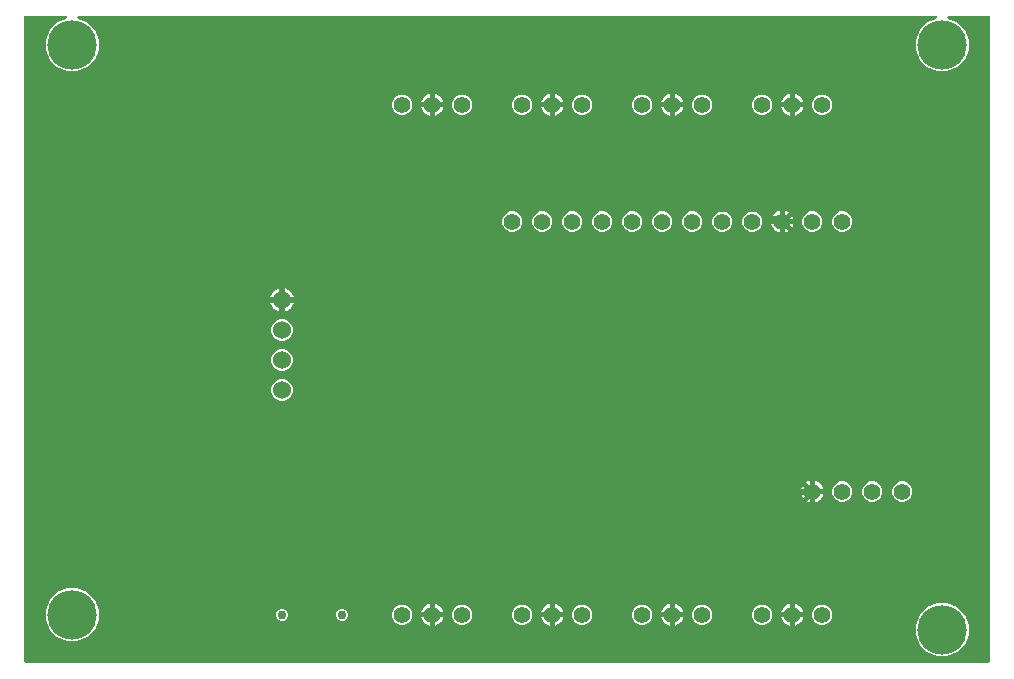
<source format=gbr>
G04 EAGLE Gerber RS-274X export*
G75*
%MOMM*%
%FSLAX34Y34*%
%LPD*%
%INCopper Layer 15*%
%IPPOS*%
%AMOC8*
5,1,8,0,0,1.08239X$1,22.5*%
G01*
%ADD10C,1.530000*%
%ADD11C,1.397000*%
%ADD12C,4.191000*%
%ADD13C,0.756400*%
%ADD14C,0.381000*%

G36*
X1106088Y289576D02*
X1106088Y289576D01*
X1106207Y289583D01*
X1106245Y289596D01*
X1106286Y289601D01*
X1106396Y289644D01*
X1106509Y289681D01*
X1106544Y289703D01*
X1106581Y289718D01*
X1106677Y289787D01*
X1106778Y289851D01*
X1106806Y289881D01*
X1106839Y289904D01*
X1106915Y289996D01*
X1106996Y290083D01*
X1107016Y290118D01*
X1107041Y290149D01*
X1107092Y290257D01*
X1107150Y290361D01*
X1107160Y290401D01*
X1107177Y290437D01*
X1107199Y290554D01*
X1107229Y290669D01*
X1107233Y290729D01*
X1107237Y290749D01*
X1107235Y290770D01*
X1107239Y290830D01*
X1107239Y836170D01*
X1107224Y836288D01*
X1107217Y836407D01*
X1107204Y836445D01*
X1107199Y836486D01*
X1107156Y836596D01*
X1107119Y836709D01*
X1107097Y836744D01*
X1107082Y836781D01*
X1107013Y836877D01*
X1106949Y836978D01*
X1106919Y837006D01*
X1106896Y837039D01*
X1106804Y837115D01*
X1106717Y837196D01*
X1106682Y837216D01*
X1106651Y837241D01*
X1106543Y837292D01*
X1106439Y837350D01*
X1106399Y837360D01*
X1106363Y837377D01*
X1106246Y837399D01*
X1106131Y837429D01*
X1106071Y837433D01*
X1106051Y837437D01*
X1106030Y837435D01*
X1105970Y837439D01*
X1072439Y837439D01*
X1072370Y837431D01*
X1072300Y837432D01*
X1072212Y837411D01*
X1072123Y837399D01*
X1072059Y837374D01*
X1071991Y837357D01*
X1071911Y837315D01*
X1071828Y837282D01*
X1071771Y837241D01*
X1071709Y837209D01*
X1071643Y837148D01*
X1071570Y837096D01*
X1071526Y837042D01*
X1071474Y836995D01*
X1071425Y836920D01*
X1071367Y836851D01*
X1071338Y836787D01*
X1071299Y836729D01*
X1071270Y836644D01*
X1071232Y836563D01*
X1071219Y836494D01*
X1071196Y836428D01*
X1071189Y836339D01*
X1071172Y836251D01*
X1071176Y836181D01*
X1071171Y836111D01*
X1071186Y836023D01*
X1071192Y835933D01*
X1071213Y835867D01*
X1071225Y835798D01*
X1071262Y835716D01*
X1071290Y835631D01*
X1071327Y835572D01*
X1071356Y835508D01*
X1071412Y835438D01*
X1071460Y835362D01*
X1071511Y835314D01*
X1071554Y835260D01*
X1071626Y835205D01*
X1071692Y835144D01*
X1071753Y835110D01*
X1071809Y835068D01*
X1071953Y834997D01*
X1079534Y831857D01*
X1085857Y825534D01*
X1089280Y817272D01*
X1089280Y808328D01*
X1085857Y800066D01*
X1079534Y793743D01*
X1071272Y790320D01*
X1062328Y790320D01*
X1054066Y793743D01*
X1047743Y800066D01*
X1044320Y808328D01*
X1044320Y817272D01*
X1047743Y825534D01*
X1054066Y831857D01*
X1061647Y834997D01*
X1061708Y835032D01*
X1061772Y835058D01*
X1061845Y835110D01*
X1061923Y835155D01*
X1061973Y835203D01*
X1062030Y835244D01*
X1062087Y835314D01*
X1062152Y835376D01*
X1062188Y835436D01*
X1062233Y835489D01*
X1062271Y835571D01*
X1062318Y835647D01*
X1062338Y835714D01*
X1062368Y835777D01*
X1062385Y835865D01*
X1062411Y835951D01*
X1062415Y836021D01*
X1062428Y836090D01*
X1062422Y836179D01*
X1062427Y836269D01*
X1062412Y836337D01*
X1062408Y836407D01*
X1062380Y836492D01*
X1062362Y836580D01*
X1062332Y836643D01*
X1062310Y836709D01*
X1062262Y836785D01*
X1062223Y836866D01*
X1062177Y836919D01*
X1062140Y836978D01*
X1062075Y837040D01*
X1062016Y837108D01*
X1061959Y837148D01*
X1061908Y837196D01*
X1061830Y837239D01*
X1061756Y837291D01*
X1061691Y837316D01*
X1061630Y837350D01*
X1061543Y837372D01*
X1061459Y837404D01*
X1061389Y837412D01*
X1061322Y837429D01*
X1061161Y837439D01*
X335839Y837439D01*
X335770Y837431D01*
X335700Y837432D01*
X335612Y837411D01*
X335523Y837399D01*
X335459Y837374D01*
X335391Y837357D01*
X335311Y837315D01*
X335228Y837282D01*
X335171Y837241D01*
X335109Y837209D01*
X335043Y837148D01*
X334970Y837096D01*
X334926Y837042D01*
X334874Y836995D01*
X334825Y836920D01*
X334767Y836851D01*
X334738Y836787D01*
X334699Y836729D01*
X334670Y836644D01*
X334632Y836563D01*
X334619Y836494D01*
X334596Y836428D01*
X334589Y836339D01*
X334572Y836251D01*
X334576Y836181D01*
X334571Y836111D01*
X334586Y836023D01*
X334592Y835933D01*
X334613Y835867D01*
X334625Y835798D01*
X334662Y835716D01*
X334690Y835631D01*
X334727Y835572D01*
X334756Y835508D01*
X334812Y835438D01*
X334860Y835362D01*
X334911Y835314D01*
X334954Y835260D01*
X335026Y835205D01*
X335092Y835144D01*
X335153Y835110D01*
X335209Y835068D01*
X335353Y834997D01*
X342934Y831857D01*
X349257Y825534D01*
X352680Y817272D01*
X352680Y808328D01*
X349257Y800066D01*
X342934Y793743D01*
X334672Y790320D01*
X325728Y790320D01*
X317466Y793743D01*
X311143Y800066D01*
X307720Y808328D01*
X307720Y817272D01*
X311143Y825534D01*
X317466Y831857D01*
X325047Y834997D01*
X325108Y835032D01*
X325172Y835058D01*
X325245Y835110D01*
X325323Y835155D01*
X325373Y835203D01*
X325430Y835244D01*
X325487Y835314D01*
X325552Y835376D01*
X325588Y835436D01*
X325633Y835489D01*
X325671Y835571D01*
X325718Y835647D01*
X325738Y835714D01*
X325768Y835777D01*
X325785Y835865D01*
X325811Y835951D01*
X325815Y836021D01*
X325828Y836090D01*
X325822Y836179D01*
X325827Y836269D01*
X325812Y836337D01*
X325808Y836407D01*
X325780Y836492D01*
X325762Y836580D01*
X325732Y836643D01*
X325710Y836709D01*
X325662Y836785D01*
X325623Y836866D01*
X325577Y836919D01*
X325540Y836978D01*
X325475Y837040D01*
X325416Y837108D01*
X325359Y837148D01*
X325308Y837196D01*
X325230Y837239D01*
X325156Y837291D01*
X325091Y837316D01*
X325030Y837350D01*
X324943Y837372D01*
X324859Y837404D01*
X324789Y837412D01*
X324722Y837429D01*
X324561Y837439D01*
X290830Y837439D01*
X290712Y837424D01*
X290593Y837417D01*
X290555Y837404D01*
X290514Y837399D01*
X290404Y837356D01*
X290291Y837319D01*
X290256Y837297D01*
X290219Y837282D01*
X290123Y837213D01*
X290022Y837149D01*
X289994Y837119D01*
X289961Y837096D01*
X289885Y837004D01*
X289804Y836917D01*
X289784Y836882D01*
X289759Y836851D01*
X289708Y836743D01*
X289650Y836639D01*
X289640Y836599D01*
X289623Y836563D01*
X289601Y836446D01*
X289571Y836331D01*
X289567Y836271D01*
X289563Y836251D01*
X289565Y836230D01*
X289561Y836170D01*
X289561Y290830D01*
X289576Y290712D01*
X289583Y290593D01*
X289596Y290555D01*
X289601Y290514D01*
X289644Y290404D01*
X289681Y290291D01*
X289703Y290256D01*
X289718Y290219D01*
X289787Y290123D01*
X289851Y290022D01*
X289881Y289994D01*
X289904Y289961D01*
X289996Y289885D01*
X290083Y289804D01*
X290118Y289784D01*
X290149Y289759D01*
X290257Y289708D01*
X290361Y289650D01*
X290401Y289640D01*
X290437Y289623D01*
X290554Y289601D01*
X290669Y289571D01*
X290729Y289567D01*
X290749Y289563D01*
X290770Y289565D01*
X290830Y289561D01*
X1105970Y289561D01*
X1106088Y289576D01*
G37*
%LPC*%
G36*
X1062328Y295020D02*
X1062328Y295020D01*
X1054066Y298443D01*
X1047743Y304766D01*
X1044320Y313028D01*
X1044320Y321972D01*
X1047743Y330234D01*
X1054066Y336557D01*
X1062328Y339980D01*
X1071272Y339980D01*
X1079534Y336557D01*
X1085857Y330234D01*
X1089280Y321972D01*
X1089280Y313028D01*
X1085857Y304766D01*
X1079534Y298443D01*
X1071272Y295020D01*
X1062328Y295020D01*
G37*
%LPD*%
%LPC*%
G36*
X325728Y307720D02*
X325728Y307720D01*
X317466Y311143D01*
X311143Y317466D01*
X307720Y325728D01*
X307720Y334672D01*
X311143Y342934D01*
X317466Y349257D01*
X325728Y352680D01*
X334672Y352680D01*
X342934Y349257D01*
X349257Y342934D01*
X352680Y334672D01*
X352680Y325728D01*
X349257Y317466D01*
X342934Y311143D01*
X334672Y307720D01*
X325728Y307720D01*
G37*
%LPD*%
%LPC*%
G36*
X506175Y562325D02*
X506175Y562325D01*
X502803Y563722D01*
X500222Y566303D01*
X498825Y569675D01*
X498825Y573325D01*
X500222Y576697D01*
X502803Y579278D01*
X506175Y580675D01*
X509825Y580675D01*
X513197Y579278D01*
X515778Y576697D01*
X517175Y573325D01*
X517175Y569675D01*
X515778Y566303D01*
X513197Y563722D01*
X509825Y562325D01*
X506175Y562325D01*
G37*
%LPD*%
%LPC*%
G36*
X506175Y536925D02*
X506175Y536925D01*
X502803Y538322D01*
X500222Y540903D01*
X498825Y544275D01*
X498825Y547925D01*
X500222Y551297D01*
X502803Y553878D01*
X506175Y555275D01*
X509825Y555275D01*
X513197Y553878D01*
X515778Y551297D01*
X517175Y547925D01*
X517175Y544275D01*
X515778Y540903D01*
X513197Y538322D01*
X509825Y536925D01*
X506175Y536925D01*
G37*
%LPD*%
%LPC*%
G36*
X506175Y511525D02*
X506175Y511525D01*
X502803Y512922D01*
X500222Y515503D01*
X498825Y518875D01*
X498825Y522525D01*
X500222Y525897D01*
X502803Y528478D01*
X506175Y529875D01*
X509825Y529875D01*
X513197Y528478D01*
X515778Y525897D01*
X517175Y522525D01*
X517175Y518875D01*
X515778Y515503D01*
X513197Y512922D01*
X509825Y511525D01*
X506175Y511525D01*
G37*
%LPD*%
%LPC*%
G36*
X760307Y321690D02*
X760307Y321690D01*
X757180Y322986D01*
X754786Y325380D01*
X753490Y328507D01*
X753490Y331893D01*
X754786Y335020D01*
X757180Y337414D01*
X760307Y338710D01*
X763693Y338710D01*
X766820Y337414D01*
X769214Y335020D01*
X770510Y331893D01*
X770510Y328507D01*
X769214Y325380D01*
X766820Y322986D01*
X763693Y321690D01*
X760307Y321690D01*
G37*
%LPD*%
%LPC*%
G36*
X811107Y321690D02*
X811107Y321690D01*
X807980Y322986D01*
X805586Y325380D01*
X804290Y328507D01*
X804290Y331893D01*
X805586Y335020D01*
X807980Y337414D01*
X811107Y338710D01*
X814493Y338710D01*
X817620Y337414D01*
X820014Y335020D01*
X821310Y331893D01*
X821310Y328507D01*
X820014Y325380D01*
X817620Y322986D01*
X814493Y321690D01*
X811107Y321690D01*
G37*
%LPD*%
%LPC*%
G36*
X861907Y321690D02*
X861907Y321690D01*
X858780Y322986D01*
X856386Y325380D01*
X855090Y328507D01*
X855090Y331893D01*
X856386Y335020D01*
X858780Y337414D01*
X861907Y338710D01*
X865293Y338710D01*
X868420Y337414D01*
X870814Y335020D01*
X872110Y331893D01*
X872110Y328507D01*
X870814Y325380D01*
X868420Y322986D01*
X865293Y321690D01*
X861907Y321690D01*
G37*
%LPD*%
%LPC*%
G36*
X709507Y753490D02*
X709507Y753490D01*
X706380Y754786D01*
X703986Y757180D01*
X702690Y760307D01*
X702690Y763693D01*
X703986Y766820D01*
X706380Y769214D01*
X709507Y770510D01*
X712893Y770510D01*
X716020Y769214D01*
X718414Y766820D01*
X719710Y763693D01*
X719710Y760307D01*
X718414Y757180D01*
X716020Y754786D01*
X712893Y753490D01*
X709507Y753490D01*
G37*
%LPD*%
%LPC*%
G36*
X658707Y753490D02*
X658707Y753490D01*
X655580Y754786D01*
X653186Y757180D01*
X651890Y760307D01*
X651890Y763693D01*
X653186Y766820D01*
X655580Y769214D01*
X658707Y770510D01*
X662093Y770510D01*
X665220Y769214D01*
X667614Y766820D01*
X668910Y763693D01*
X668910Y760307D01*
X667614Y757180D01*
X665220Y754786D01*
X662093Y753490D01*
X658707Y753490D01*
G37*
%LPD*%
%LPC*%
G36*
X963507Y753490D02*
X963507Y753490D01*
X960380Y754786D01*
X957986Y757180D01*
X956690Y760307D01*
X956690Y763693D01*
X957986Y766820D01*
X960380Y769214D01*
X963507Y770510D01*
X966893Y770510D01*
X970020Y769214D01*
X972414Y766820D01*
X973710Y763693D01*
X973710Y760307D01*
X972414Y757180D01*
X970020Y754786D01*
X966893Y753490D01*
X963507Y753490D01*
G37*
%LPD*%
%LPC*%
G36*
X912707Y753490D02*
X912707Y753490D01*
X909580Y754786D01*
X907186Y757180D01*
X905890Y760307D01*
X905890Y763693D01*
X907186Y766820D01*
X909580Y769214D01*
X912707Y770510D01*
X916093Y770510D01*
X919220Y769214D01*
X921614Y766820D01*
X922910Y763693D01*
X922910Y760307D01*
X921614Y757180D01*
X919220Y754786D01*
X916093Y753490D01*
X912707Y753490D01*
G37*
%LPD*%
%LPC*%
G36*
X861907Y753490D02*
X861907Y753490D01*
X858780Y754786D01*
X856386Y757180D01*
X855090Y760307D01*
X855090Y763693D01*
X856386Y766820D01*
X858780Y769214D01*
X861907Y770510D01*
X865293Y770510D01*
X868420Y769214D01*
X870814Y766820D01*
X872110Y763693D01*
X872110Y760307D01*
X870814Y757180D01*
X868420Y754786D01*
X865293Y753490D01*
X861907Y753490D01*
G37*
%LPD*%
%LPC*%
G36*
X811107Y753490D02*
X811107Y753490D01*
X807980Y754786D01*
X805586Y757180D01*
X804290Y760307D01*
X804290Y763693D01*
X805586Y766820D01*
X807980Y769214D01*
X811107Y770510D01*
X814493Y770510D01*
X817620Y769214D01*
X820014Y766820D01*
X821310Y763693D01*
X821310Y760307D01*
X820014Y757180D01*
X817620Y754786D01*
X814493Y753490D01*
X811107Y753490D01*
G37*
%LPD*%
%LPC*%
G36*
X760307Y753490D02*
X760307Y753490D01*
X757180Y754786D01*
X754786Y757180D01*
X753490Y760307D01*
X753490Y763693D01*
X754786Y766820D01*
X757180Y769214D01*
X760307Y770510D01*
X763693Y770510D01*
X766820Y769214D01*
X769214Y766820D01*
X770510Y763693D01*
X770510Y760307D01*
X769214Y757180D01*
X766820Y754786D01*
X763693Y753490D01*
X760307Y753490D01*
G37*
%LPD*%
%LPC*%
G36*
X607907Y753490D02*
X607907Y753490D01*
X604780Y754786D01*
X602386Y757180D01*
X601090Y760307D01*
X601090Y763693D01*
X602386Y766820D01*
X604780Y769214D01*
X607907Y770510D01*
X611293Y770510D01*
X614420Y769214D01*
X616814Y766820D01*
X618110Y763693D01*
X618110Y760307D01*
X616814Y757180D01*
X614420Y754786D01*
X611293Y753490D01*
X607907Y753490D01*
G37*
%LPD*%
%LPC*%
G36*
X912707Y321690D02*
X912707Y321690D01*
X909580Y322986D01*
X907186Y325380D01*
X905890Y328507D01*
X905890Y331893D01*
X907186Y335020D01*
X909580Y337414D01*
X912707Y338710D01*
X916093Y338710D01*
X919220Y337414D01*
X921614Y335020D01*
X922910Y331893D01*
X922910Y328507D01*
X921614Y325380D01*
X919220Y322986D01*
X916093Y321690D01*
X912707Y321690D01*
G37*
%LPD*%
%LPC*%
G36*
X963507Y321690D02*
X963507Y321690D01*
X960380Y322986D01*
X957986Y325380D01*
X956690Y328507D01*
X956690Y331893D01*
X957986Y335020D01*
X960380Y337414D01*
X963507Y338710D01*
X966893Y338710D01*
X970020Y337414D01*
X972414Y335020D01*
X973710Y331893D01*
X973710Y328507D01*
X972414Y325380D01*
X970020Y322986D01*
X966893Y321690D01*
X963507Y321690D01*
G37*
%LPD*%
%LPC*%
G36*
X777407Y654690D02*
X777407Y654690D01*
X774280Y655986D01*
X771886Y658380D01*
X770590Y661507D01*
X770590Y664893D01*
X771886Y668020D01*
X774280Y670414D01*
X777407Y671710D01*
X780793Y671710D01*
X783920Y670414D01*
X786314Y668020D01*
X787610Y664893D01*
X787610Y661507D01*
X786314Y658380D01*
X783920Y655986D01*
X780793Y654690D01*
X777407Y654690D01*
G37*
%LPD*%
%LPC*%
G36*
X752007Y654690D02*
X752007Y654690D01*
X748880Y655986D01*
X746486Y658380D01*
X745190Y661507D01*
X745190Y664893D01*
X746486Y668020D01*
X748880Y670414D01*
X752007Y671710D01*
X755393Y671710D01*
X758520Y670414D01*
X760914Y668020D01*
X762210Y664893D01*
X762210Y661507D01*
X760914Y658380D01*
X758520Y655986D01*
X755393Y654690D01*
X752007Y654690D01*
G37*
%LPD*%
%LPC*%
G36*
X980607Y426090D02*
X980607Y426090D01*
X977480Y427386D01*
X975086Y429780D01*
X973790Y432907D01*
X973790Y436293D01*
X975086Y439420D01*
X977480Y441814D01*
X980607Y443110D01*
X983993Y443110D01*
X987120Y441814D01*
X989514Y439420D01*
X990810Y436293D01*
X990810Y432907D01*
X989514Y429780D01*
X987120Y427386D01*
X983993Y426090D01*
X980607Y426090D01*
G37*
%LPD*%
%LPC*%
G36*
X1006007Y426090D02*
X1006007Y426090D01*
X1002880Y427386D01*
X1000486Y429780D01*
X999190Y432907D01*
X999190Y436293D01*
X1000486Y439420D01*
X1002880Y441814D01*
X1006007Y443110D01*
X1009393Y443110D01*
X1012520Y441814D01*
X1014914Y439420D01*
X1016210Y436293D01*
X1016210Y432907D01*
X1014914Y429780D01*
X1012520Y427386D01*
X1009393Y426090D01*
X1006007Y426090D01*
G37*
%LPD*%
%LPC*%
G36*
X1031407Y426090D02*
X1031407Y426090D01*
X1028280Y427386D01*
X1025886Y429780D01*
X1024590Y432907D01*
X1024590Y436293D01*
X1025886Y439420D01*
X1028280Y441814D01*
X1031407Y443110D01*
X1034793Y443110D01*
X1037920Y441814D01*
X1040314Y439420D01*
X1041610Y436293D01*
X1041610Y432907D01*
X1040314Y429780D01*
X1037920Y427386D01*
X1034793Y426090D01*
X1031407Y426090D01*
G37*
%LPD*%
%LPC*%
G36*
X709507Y321690D02*
X709507Y321690D01*
X706380Y322986D01*
X703986Y325380D01*
X702690Y328507D01*
X702690Y331893D01*
X703986Y335020D01*
X706380Y337414D01*
X709507Y338710D01*
X712893Y338710D01*
X716020Y337414D01*
X718414Y335020D01*
X719710Y331893D01*
X719710Y328507D01*
X718414Y325380D01*
X716020Y322986D01*
X712893Y321690D01*
X709507Y321690D01*
G37*
%LPD*%
%LPC*%
G36*
X658707Y321690D02*
X658707Y321690D01*
X655580Y322986D01*
X653186Y325380D01*
X651890Y328507D01*
X651890Y331893D01*
X653186Y335020D01*
X655580Y337414D01*
X658707Y338710D01*
X662093Y338710D01*
X665220Y337414D01*
X667614Y335020D01*
X668910Y331893D01*
X668910Y328507D01*
X667614Y325380D01*
X665220Y322986D01*
X662093Y321690D01*
X658707Y321690D01*
G37*
%LPD*%
%LPC*%
G36*
X607907Y321690D02*
X607907Y321690D01*
X604780Y322986D01*
X602386Y325380D01*
X601090Y328507D01*
X601090Y331893D01*
X602386Y335020D01*
X604780Y337414D01*
X607907Y338710D01*
X611293Y338710D01*
X614420Y337414D01*
X616814Y335020D01*
X618110Y331893D01*
X618110Y328507D01*
X616814Y325380D01*
X614420Y322986D01*
X611293Y321690D01*
X607907Y321690D01*
G37*
%LPD*%
%LPC*%
G36*
X726607Y654690D02*
X726607Y654690D01*
X723480Y655986D01*
X721086Y658380D01*
X719790Y661507D01*
X719790Y664893D01*
X721086Y668020D01*
X723480Y670414D01*
X726607Y671710D01*
X729993Y671710D01*
X733120Y670414D01*
X735514Y668020D01*
X736810Y664893D01*
X736810Y661507D01*
X735514Y658380D01*
X733120Y655986D01*
X729993Y654690D01*
X726607Y654690D01*
G37*
%LPD*%
%LPC*%
G36*
X701207Y654690D02*
X701207Y654690D01*
X698080Y655986D01*
X695686Y658380D01*
X694390Y661507D01*
X694390Y664893D01*
X695686Y668020D01*
X698080Y670414D01*
X701207Y671710D01*
X704593Y671710D01*
X707720Y670414D01*
X710114Y668020D01*
X711410Y664893D01*
X711410Y661507D01*
X710114Y658380D01*
X707720Y655986D01*
X704593Y654690D01*
X701207Y654690D01*
G37*
%LPD*%
%LPC*%
G36*
X980607Y654690D02*
X980607Y654690D01*
X977480Y655986D01*
X975086Y658380D01*
X973790Y661507D01*
X973790Y664893D01*
X975086Y668020D01*
X977480Y670414D01*
X980607Y671710D01*
X983993Y671710D01*
X987120Y670414D01*
X989514Y668020D01*
X990810Y664893D01*
X990810Y661507D01*
X989514Y658380D01*
X987120Y655986D01*
X983993Y654690D01*
X980607Y654690D01*
G37*
%LPD*%
%LPC*%
G36*
X955207Y654690D02*
X955207Y654690D01*
X952080Y655986D01*
X949686Y658380D01*
X948390Y661507D01*
X948390Y664893D01*
X949686Y668020D01*
X952080Y670414D01*
X955207Y671710D01*
X958593Y671710D01*
X961720Y670414D01*
X964114Y668020D01*
X965410Y664893D01*
X965410Y661507D01*
X964114Y658380D01*
X961720Y655986D01*
X958593Y654690D01*
X955207Y654690D01*
G37*
%LPD*%
%LPC*%
G36*
X904407Y654690D02*
X904407Y654690D01*
X901280Y655986D01*
X898886Y658380D01*
X897590Y661507D01*
X897590Y664893D01*
X898886Y668020D01*
X901280Y670414D01*
X904407Y671710D01*
X907793Y671710D01*
X910920Y670414D01*
X913314Y668020D01*
X914610Y664893D01*
X914610Y661507D01*
X913314Y658380D01*
X910920Y655986D01*
X907793Y654690D01*
X904407Y654690D01*
G37*
%LPD*%
%LPC*%
G36*
X879007Y654690D02*
X879007Y654690D01*
X875880Y655986D01*
X873486Y658380D01*
X872190Y661507D01*
X872190Y664893D01*
X873486Y668020D01*
X875880Y670414D01*
X879007Y671710D01*
X882393Y671710D01*
X885520Y670414D01*
X887914Y668020D01*
X889210Y664893D01*
X889210Y661507D01*
X887914Y658380D01*
X885520Y655986D01*
X882393Y654690D01*
X879007Y654690D01*
G37*
%LPD*%
%LPC*%
G36*
X853607Y654690D02*
X853607Y654690D01*
X850480Y655986D01*
X848086Y658380D01*
X846790Y661507D01*
X846790Y664893D01*
X848086Y668020D01*
X850480Y670414D01*
X853607Y671710D01*
X856993Y671710D01*
X860120Y670414D01*
X862514Y668020D01*
X863810Y664893D01*
X863810Y661507D01*
X862514Y658380D01*
X860120Y655986D01*
X856993Y654690D01*
X853607Y654690D01*
G37*
%LPD*%
%LPC*%
G36*
X828207Y654690D02*
X828207Y654690D01*
X825080Y655986D01*
X822686Y658380D01*
X821390Y661507D01*
X821390Y664893D01*
X822686Y668020D01*
X825080Y670414D01*
X828207Y671710D01*
X831593Y671710D01*
X834720Y670414D01*
X837114Y668020D01*
X838410Y664893D01*
X838410Y661507D01*
X837114Y658380D01*
X834720Y655986D01*
X831593Y654690D01*
X828207Y654690D01*
G37*
%LPD*%
%LPC*%
G36*
X802807Y654690D02*
X802807Y654690D01*
X799680Y655986D01*
X797286Y658380D01*
X795990Y661507D01*
X795990Y664893D01*
X797286Y668020D01*
X799680Y670414D01*
X802807Y671710D01*
X806193Y671710D01*
X809320Y670414D01*
X811714Y668020D01*
X813010Y664893D01*
X813010Y661507D01*
X811714Y658380D01*
X809320Y655986D01*
X806193Y654690D01*
X802807Y654690D01*
G37*
%LPD*%
%LPC*%
G36*
X506944Y324893D02*
X506944Y324893D01*
X504994Y325701D01*
X503501Y327194D01*
X502693Y329144D01*
X502693Y331256D01*
X503501Y333206D01*
X504994Y334699D01*
X506944Y335507D01*
X509056Y335507D01*
X511006Y334699D01*
X512499Y333206D01*
X513307Y331256D01*
X513307Y329144D01*
X512499Y327194D01*
X511006Y325701D01*
X509056Y324893D01*
X506944Y324893D01*
G37*
%LPD*%
%LPC*%
G36*
X557744Y324893D02*
X557744Y324893D01*
X555794Y325701D01*
X554301Y327194D01*
X553493Y329144D01*
X553493Y331256D01*
X554301Y333206D01*
X555794Y334699D01*
X557744Y335507D01*
X559856Y335507D01*
X561806Y334699D01*
X563299Y333206D01*
X564107Y331256D01*
X564107Y329144D01*
X563299Y327194D01*
X561806Y325701D01*
X559856Y324893D01*
X557744Y324893D01*
G37*
%LPD*%
%LPC*%
G36*
X510539Y599439D02*
X510539Y599439D01*
X510539Y606790D01*
X511912Y606344D01*
X513341Y605616D01*
X514639Y604673D01*
X515773Y603539D01*
X516716Y602241D01*
X517444Y600812D01*
X517890Y599439D01*
X510539Y599439D01*
G37*
%LPD*%
%LPC*%
G36*
X498110Y599439D02*
X498110Y599439D01*
X498556Y600812D01*
X499284Y602241D01*
X500227Y603539D01*
X501361Y604673D01*
X502659Y605616D01*
X504088Y606344D01*
X505461Y606790D01*
X505461Y599439D01*
X498110Y599439D01*
G37*
%LPD*%
%LPC*%
G36*
X510539Y594361D02*
X510539Y594361D01*
X517890Y594361D01*
X517444Y592988D01*
X516716Y591559D01*
X515773Y590261D01*
X514639Y589127D01*
X513341Y588184D01*
X511912Y587456D01*
X510539Y587010D01*
X510539Y594361D01*
G37*
%LPD*%
%LPC*%
G36*
X504088Y587456D02*
X504088Y587456D01*
X502659Y588184D01*
X501361Y589127D01*
X500227Y590261D01*
X499284Y591559D01*
X498556Y592988D01*
X498110Y594361D01*
X505461Y594361D01*
X505461Y587010D01*
X504088Y587456D01*
G37*
%LPD*%
%LPC*%
G36*
X637222Y764222D02*
X637222Y764222D01*
X637222Y771293D01*
X637231Y771291D01*
X638657Y770828D01*
X639993Y770147D01*
X641206Y769266D01*
X642266Y768206D01*
X643147Y766993D01*
X643828Y765657D01*
X644291Y764231D01*
X644293Y764222D01*
X637222Y764222D01*
G37*
%LPD*%
%LPC*%
G36*
X840422Y764222D02*
X840422Y764222D01*
X840422Y771293D01*
X840431Y771291D01*
X841857Y770828D01*
X843193Y770147D01*
X844406Y769266D01*
X845466Y768206D01*
X846347Y766993D01*
X847028Y765657D01*
X847491Y764231D01*
X847493Y764222D01*
X840422Y764222D01*
G37*
%LPD*%
%LPC*%
G36*
X738822Y764222D02*
X738822Y764222D01*
X738822Y771293D01*
X738831Y771291D01*
X740257Y770828D01*
X741593Y770147D01*
X742806Y769266D01*
X743866Y768206D01*
X744747Y766993D01*
X745428Y765657D01*
X745891Y764231D01*
X745893Y764222D01*
X738822Y764222D01*
G37*
%LPD*%
%LPC*%
G36*
X933722Y665422D02*
X933722Y665422D01*
X933722Y672493D01*
X933731Y672491D01*
X935157Y672028D01*
X936493Y671347D01*
X937706Y670466D01*
X938766Y669406D01*
X939647Y668193D01*
X940328Y666857D01*
X940791Y665431D01*
X940793Y665422D01*
X933722Y665422D01*
G37*
%LPD*%
%LPC*%
G36*
X942022Y332422D02*
X942022Y332422D01*
X942022Y339493D01*
X942031Y339491D01*
X943457Y339028D01*
X944793Y338347D01*
X946006Y337466D01*
X947066Y336406D01*
X947947Y335193D01*
X948628Y333857D01*
X949091Y332431D01*
X949093Y332422D01*
X942022Y332422D01*
G37*
%LPD*%
%LPC*%
G36*
X738822Y332422D02*
X738822Y332422D01*
X738822Y339493D01*
X738831Y339491D01*
X740257Y339028D01*
X741593Y338347D01*
X742806Y337466D01*
X743866Y336406D01*
X744747Y335193D01*
X745428Y333857D01*
X745891Y332431D01*
X745893Y332422D01*
X738822Y332422D01*
G37*
%LPD*%
%LPC*%
G36*
X942022Y764222D02*
X942022Y764222D01*
X942022Y771293D01*
X942031Y771291D01*
X943457Y770828D01*
X944793Y770147D01*
X946006Y769266D01*
X947066Y768206D01*
X947947Y766993D01*
X948628Y765657D01*
X949091Y764231D01*
X949093Y764222D01*
X942022Y764222D01*
G37*
%LPD*%
%LPC*%
G36*
X959122Y436822D02*
X959122Y436822D01*
X959122Y443893D01*
X959131Y443891D01*
X960557Y443428D01*
X961893Y442747D01*
X963106Y441866D01*
X964166Y440806D01*
X965047Y439593D01*
X965728Y438257D01*
X966191Y436831D01*
X966193Y436822D01*
X959122Y436822D01*
G37*
%LPD*%
%LPC*%
G36*
X637222Y332422D02*
X637222Y332422D01*
X637222Y339493D01*
X637231Y339491D01*
X638657Y339028D01*
X639993Y338347D01*
X641206Y337466D01*
X642266Y336406D01*
X643147Y335193D01*
X643828Y333857D01*
X644291Y332431D01*
X644293Y332422D01*
X637222Y332422D01*
G37*
%LPD*%
%LPC*%
G36*
X840422Y332422D02*
X840422Y332422D01*
X840422Y339493D01*
X840431Y339491D01*
X841857Y339028D01*
X843193Y338347D01*
X844406Y337466D01*
X845466Y336406D01*
X846347Y335193D01*
X847028Y333857D01*
X847491Y332431D01*
X847493Y332422D01*
X840422Y332422D01*
G37*
%LPD*%
%LPC*%
G36*
X738822Y759778D02*
X738822Y759778D01*
X745893Y759778D01*
X745891Y759769D01*
X745428Y758343D01*
X744747Y757007D01*
X743866Y755794D01*
X742806Y754734D01*
X741593Y753853D01*
X740257Y753172D01*
X738831Y752709D01*
X738822Y752707D01*
X738822Y759778D01*
G37*
%LPD*%
%LPC*%
G36*
X959122Y432378D02*
X959122Y432378D01*
X966193Y432378D01*
X966191Y432369D01*
X965728Y430943D01*
X965047Y429607D01*
X964166Y428394D01*
X963106Y427334D01*
X961893Y426453D01*
X960557Y425772D01*
X959131Y425309D01*
X959122Y425307D01*
X959122Y432378D01*
G37*
%LPD*%
%LPC*%
G36*
X637222Y327978D02*
X637222Y327978D01*
X644293Y327978D01*
X644291Y327969D01*
X643828Y326543D01*
X643147Y325207D01*
X642266Y323994D01*
X641206Y322934D01*
X639993Y322053D01*
X638657Y321372D01*
X637231Y320909D01*
X637222Y320907D01*
X637222Y327978D01*
G37*
%LPD*%
%LPC*%
G36*
X625707Y764222D02*
X625707Y764222D01*
X625709Y764231D01*
X626172Y765657D01*
X626853Y766993D01*
X627734Y768206D01*
X628794Y769266D01*
X630007Y770147D01*
X631343Y770828D01*
X632769Y771291D01*
X632778Y771293D01*
X632778Y764222D01*
X625707Y764222D01*
G37*
%LPD*%
%LPC*%
G36*
X840422Y759778D02*
X840422Y759778D01*
X847493Y759778D01*
X847491Y759769D01*
X847028Y758343D01*
X846347Y757007D01*
X845466Y755794D01*
X844406Y754734D01*
X843193Y753853D01*
X841857Y753172D01*
X840431Y752709D01*
X840422Y752707D01*
X840422Y759778D01*
G37*
%LPD*%
%LPC*%
G36*
X828907Y332422D02*
X828907Y332422D01*
X828909Y332431D01*
X829372Y333857D01*
X830053Y335193D01*
X830934Y336406D01*
X831994Y337466D01*
X833207Y338347D01*
X834543Y339028D01*
X835969Y339491D01*
X835978Y339493D01*
X835978Y332422D01*
X828907Y332422D01*
G37*
%LPD*%
%LPC*%
G36*
X942022Y327978D02*
X942022Y327978D01*
X949093Y327978D01*
X949091Y327969D01*
X948628Y326543D01*
X947947Y325207D01*
X947066Y323994D01*
X946006Y322934D01*
X944793Y322053D01*
X943457Y321372D01*
X942031Y320909D01*
X942022Y320907D01*
X942022Y327978D01*
G37*
%LPD*%
%LPC*%
G36*
X637222Y759778D02*
X637222Y759778D01*
X644293Y759778D01*
X644291Y759769D01*
X643828Y758343D01*
X643147Y757007D01*
X642266Y755794D01*
X641206Y754734D01*
X639993Y753853D01*
X638657Y753172D01*
X637231Y752709D01*
X637222Y752707D01*
X637222Y759778D01*
G37*
%LPD*%
%LPC*%
G36*
X625707Y332422D02*
X625707Y332422D01*
X625709Y332431D01*
X626172Y333857D01*
X626853Y335193D01*
X627734Y336406D01*
X628794Y337466D01*
X630007Y338347D01*
X631343Y339028D01*
X632769Y339491D01*
X632778Y339493D01*
X632778Y332422D01*
X625707Y332422D01*
G37*
%LPD*%
%LPC*%
G36*
X947607Y436822D02*
X947607Y436822D01*
X947609Y436831D01*
X948072Y438257D01*
X948753Y439593D01*
X949634Y440806D01*
X950694Y441866D01*
X951907Y442747D01*
X953243Y443428D01*
X954669Y443891D01*
X954678Y443893D01*
X954678Y436822D01*
X947607Y436822D01*
G37*
%LPD*%
%LPC*%
G36*
X930507Y332422D02*
X930507Y332422D01*
X930509Y332431D01*
X930972Y333857D01*
X931653Y335193D01*
X932534Y336406D01*
X933594Y337466D01*
X934807Y338347D01*
X936143Y339028D01*
X937569Y339491D01*
X937578Y339493D01*
X937578Y332422D01*
X930507Y332422D01*
G37*
%LPD*%
%LPC*%
G36*
X840422Y327978D02*
X840422Y327978D01*
X847493Y327978D01*
X847491Y327969D01*
X847028Y326543D01*
X846347Y325207D01*
X845466Y323994D01*
X844406Y322934D01*
X843193Y322053D01*
X841857Y321372D01*
X840431Y320909D01*
X840422Y320907D01*
X840422Y327978D01*
G37*
%LPD*%
%LPC*%
G36*
X922207Y665422D02*
X922207Y665422D01*
X922209Y665431D01*
X922672Y666857D01*
X923353Y668193D01*
X924234Y669406D01*
X925294Y670466D01*
X926507Y671347D01*
X927843Y672028D01*
X929269Y672491D01*
X929278Y672493D01*
X929278Y665422D01*
X922207Y665422D01*
G37*
%LPD*%
%LPC*%
G36*
X738822Y327978D02*
X738822Y327978D01*
X745893Y327978D01*
X745891Y327969D01*
X745428Y326543D01*
X744747Y325207D01*
X743866Y323994D01*
X742806Y322934D01*
X741593Y322053D01*
X740257Y321372D01*
X738831Y320909D01*
X738822Y320907D01*
X738822Y327978D01*
G37*
%LPD*%
%LPC*%
G36*
X942022Y759778D02*
X942022Y759778D01*
X949093Y759778D01*
X949091Y759769D01*
X948628Y758343D01*
X947947Y757007D01*
X947066Y755794D01*
X946006Y754734D01*
X944793Y753853D01*
X943457Y753172D01*
X942031Y752709D01*
X942022Y752707D01*
X942022Y759778D01*
G37*
%LPD*%
%LPC*%
G36*
X828907Y764222D02*
X828907Y764222D01*
X828909Y764231D01*
X829372Y765657D01*
X830053Y766993D01*
X830934Y768206D01*
X831994Y769266D01*
X833207Y770147D01*
X834543Y770828D01*
X835969Y771291D01*
X835978Y771293D01*
X835978Y764222D01*
X828907Y764222D01*
G37*
%LPD*%
%LPC*%
G36*
X930507Y764222D02*
X930507Y764222D01*
X930509Y764231D01*
X930972Y765657D01*
X931653Y766993D01*
X932534Y768206D01*
X933594Y769266D01*
X934807Y770147D01*
X936143Y770828D01*
X937569Y771291D01*
X937578Y771293D01*
X937578Y764222D01*
X930507Y764222D01*
G37*
%LPD*%
%LPC*%
G36*
X933722Y660978D02*
X933722Y660978D01*
X940793Y660978D01*
X940791Y660969D01*
X940328Y659543D01*
X939647Y658207D01*
X938766Y656994D01*
X937706Y655934D01*
X936493Y655053D01*
X935157Y654372D01*
X933731Y653909D01*
X933722Y653907D01*
X933722Y660978D01*
G37*
%LPD*%
%LPC*%
G36*
X727307Y332422D02*
X727307Y332422D01*
X727309Y332431D01*
X727772Y333857D01*
X728453Y335193D01*
X729334Y336406D01*
X730394Y337466D01*
X731607Y338347D01*
X732943Y339028D01*
X734369Y339491D01*
X734378Y339493D01*
X734378Y332422D01*
X727307Y332422D01*
G37*
%LPD*%
%LPC*%
G36*
X727307Y764222D02*
X727307Y764222D01*
X727309Y764231D01*
X727772Y765657D01*
X728453Y766993D01*
X729334Y768206D01*
X730394Y769266D01*
X731607Y770147D01*
X732943Y770828D01*
X734369Y771291D01*
X734378Y771293D01*
X734378Y764222D01*
X727307Y764222D01*
G37*
%LPD*%
%LPC*%
G36*
X937569Y752709D02*
X937569Y752709D01*
X936143Y753172D01*
X934807Y753853D01*
X933594Y754734D01*
X932534Y755794D01*
X931653Y757007D01*
X930972Y758343D01*
X930509Y759769D01*
X930507Y759778D01*
X937578Y759778D01*
X937578Y752707D01*
X937569Y752709D01*
G37*
%LPD*%
%LPC*%
G36*
X929269Y653909D02*
X929269Y653909D01*
X927843Y654372D01*
X926507Y655053D01*
X925294Y655934D01*
X924234Y656994D01*
X923353Y658207D01*
X922672Y659543D01*
X922209Y660969D01*
X922207Y660978D01*
X929278Y660978D01*
X929278Y653907D01*
X929269Y653909D01*
G37*
%LPD*%
%LPC*%
G36*
X835969Y752709D02*
X835969Y752709D01*
X834543Y753172D01*
X833207Y753853D01*
X831994Y754734D01*
X830934Y755794D01*
X830053Y757007D01*
X829372Y758343D01*
X828909Y759769D01*
X828907Y759778D01*
X835978Y759778D01*
X835978Y752707D01*
X835969Y752709D01*
G37*
%LPD*%
%LPC*%
G36*
X954669Y425309D02*
X954669Y425309D01*
X953243Y425772D01*
X951907Y426453D01*
X950694Y427334D01*
X949634Y428394D01*
X948753Y429607D01*
X948072Y430943D01*
X947609Y432369D01*
X947607Y432378D01*
X954678Y432378D01*
X954678Y425307D01*
X954669Y425309D01*
G37*
%LPD*%
%LPC*%
G36*
X632769Y320909D02*
X632769Y320909D01*
X631343Y321372D01*
X630007Y322053D01*
X628794Y322934D01*
X627734Y323994D01*
X626853Y325207D01*
X626172Y326543D01*
X625709Y327969D01*
X625707Y327978D01*
X632778Y327978D01*
X632778Y320907D01*
X632769Y320909D01*
G37*
%LPD*%
%LPC*%
G36*
X734369Y752709D02*
X734369Y752709D01*
X732943Y753172D01*
X731607Y753853D01*
X730394Y754734D01*
X729334Y755794D01*
X728453Y757007D01*
X727772Y758343D01*
X727309Y759769D01*
X727307Y759778D01*
X734378Y759778D01*
X734378Y752707D01*
X734369Y752709D01*
G37*
%LPD*%
%LPC*%
G36*
X937569Y320909D02*
X937569Y320909D01*
X936143Y321372D01*
X934807Y322053D01*
X933594Y322934D01*
X932534Y323994D01*
X931653Y325207D01*
X930972Y326543D01*
X930509Y327969D01*
X930507Y327978D01*
X937578Y327978D01*
X937578Y320907D01*
X937569Y320909D01*
G37*
%LPD*%
%LPC*%
G36*
X632769Y752709D02*
X632769Y752709D01*
X631343Y753172D01*
X630007Y753853D01*
X628794Y754734D01*
X627734Y755794D01*
X626853Y757007D01*
X626172Y758343D01*
X625709Y759769D01*
X625707Y759778D01*
X632778Y759778D01*
X632778Y752707D01*
X632769Y752709D01*
G37*
%LPD*%
%LPC*%
G36*
X835969Y320909D02*
X835969Y320909D01*
X834543Y321372D01*
X833207Y322053D01*
X831994Y322934D01*
X830934Y323994D01*
X830053Y325207D01*
X829372Y326543D01*
X828909Y327969D01*
X828907Y327978D01*
X835978Y327978D01*
X835978Y320907D01*
X835969Y320909D01*
G37*
%LPD*%
%LPC*%
G36*
X734369Y320909D02*
X734369Y320909D01*
X732943Y321372D01*
X731607Y322053D01*
X730394Y322934D01*
X729334Y323994D01*
X728453Y325207D01*
X727772Y326543D01*
X727309Y327969D01*
X727307Y327978D01*
X734378Y327978D01*
X734378Y320907D01*
X734369Y320909D01*
G37*
%LPD*%
%LPC*%
G36*
X507999Y596899D02*
X507999Y596899D01*
X507999Y596901D01*
X508001Y596901D01*
X508001Y596899D01*
X507999Y596899D01*
G37*
%LPD*%
D10*
X508000Y571500D03*
X508000Y546100D03*
X508000Y520700D03*
X508000Y596900D03*
D11*
X914400Y762000D03*
X939800Y762000D03*
X965200Y762000D03*
X812800Y762000D03*
X838200Y762000D03*
X863600Y762000D03*
X711200Y762000D03*
X736600Y762000D03*
X762000Y762000D03*
X609600Y762000D03*
X635000Y762000D03*
X660400Y762000D03*
X982300Y663200D03*
X956900Y663200D03*
X931500Y663200D03*
X906100Y663200D03*
X702900Y663200D03*
X728300Y663200D03*
X1033100Y434600D03*
X1007700Y434600D03*
X779100Y663200D03*
X753700Y663200D03*
X829900Y663200D03*
X804500Y663200D03*
X982300Y434600D03*
X956900Y434600D03*
X880700Y663200D03*
X855300Y663200D03*
X711200Y330200D03*
X736600Y330200D03*
X762000Y330200D03*
X609600Y330200D03*
X635000Y330200D03*
X660400Y330200D03*
X914400Y330200D03*
X939800Y330200D03*
X965200Y330200D03*
X812800Y330200D03*
X838200Y330200D03*
X863600Y330200D03*
D12*
X330200Y330200D03*
X1066800Y317500D03*
X1066800Y812800D03*
X330200Y812800D03*
D13*
X558800Y330200D03*
D14*
X939800Y451700D02*
X956900Y434600D01*
X939800Y654900D02*
X931500Y663200D01*
X939800Y654900D02*
X939800Y451700D01*
X931500Y663200D02*
X934250Y665950D01*
X956900Y434600D02*
X939800Y417500D01*
X939800Y330200D01*
X838200Y330200D02*
X838200Y406400D01*
X866400Y434600D01*
X956900Y434600D01*
X875786Y673614D02*
X838200Y711200D01*
X918078Y665950D02*
X934250Y665950D01*
X918078Y665950D02*
X910414Y673614D01*
X875786Y673614D01*
X736600Y711200D02*
X736600Y762000D01*
X736600Y711200D02*
X838200Y711200D01*
X635000Y711200D02*
X635000Y762000D01*
X635000Y711200D02*
X736600Y711200D01*
X508000Y660400D02*
X508000Y596900D01*
X508000Y660400D02*
X558800Y711200D01*
X635000Y711200D01*
X931500Y663200D02*
X939800Y671500D01*
X939800Y762000D01*
X838200Y762000D02*
X838200Y711200D01*
X736600Y406400D02*
X736600Y330200D01*
X736600Y406400D02*
X764800Y434600D01*
X787400Y434600D01*
X866400Y434600D01*
X635000Y406400D02*
X635000Y330200D01*
X635000Y406400D02*
X663200Y434600D01*
X764800Y434600D01*
D13*
X508000Y330200D03*
M02*

</source>
